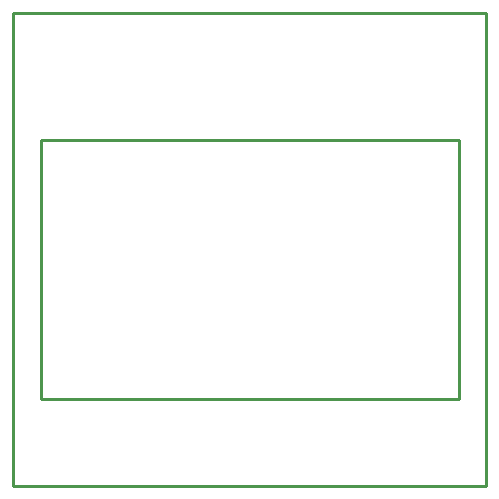
<source format=gbr>
%TF.GenerationSoftware,KiCad,Pcbnew,5.1.6*%
%TF.CreationDate,2020-09-08T13:50:04-04:00*%
%TF.ProjectId,placeholder,706c6163-6568-46f6-9c64-65722e6b6963,rev?*%
%TF.SameCoordinates,Original*%
%TF.FileFunction,Profile,NP*%
%FSLAX46Y46*%
G04 Gerber Fmt 4.6, Leading zero omitted, Abs format (unit mm)*
G04 Created by KiCad (PCBNEW 5.1.6) date 2020-09-08 13:50:04*
%MOMM*%
%LPD*%
G01*
G04 APERTURE LIST*
%TA.AperFunction,Profile*%
%ADD10C,0.250000*%
%TD*%
G04 APERTURE END LIST*
D10*
X87700000Y-60750000D02*
X87700000Y-82700000D01*
X52300000Y-60750000D02*
X87700000Y-60750000D01*
X52300000Y-82700000D02*
X52300000Y-60750000D01*
X87700000Y-82700000D02*
X52300000Y-82700000D01*
X90000000Y-50000000D02*
X90000000Y-90000000D01*
X50000000Y-50000000D02*
X90000000Y-50000000D01*
X50000000Y-50000000D02*
X50000000Y-90000000D01*
X50000000Y-90000000D02*
X90000000Y-90000000D01*
M02*

</source>
